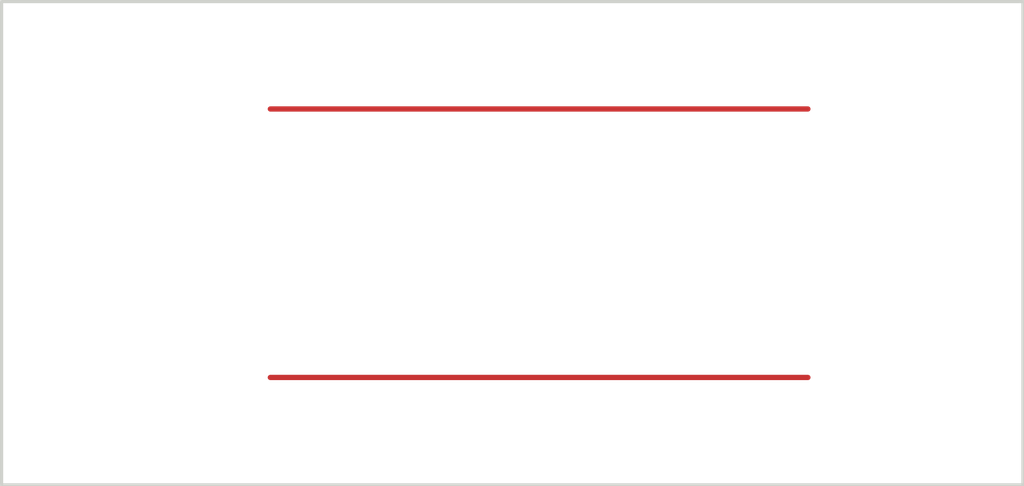
<source format=kicad_pcb>
(kicad_pcb (version 20171130) (host pcbnew "(5.0.0)")

  (general
    (thickness 1.6)
    (drawings 4)
    (tracks 2)
    (zones 0)
    (modules 0)
    (nets 1)
  )

  (page A4)
  (layers
    (0 F.Cu signal)
    (31 B.Cu signal)
    (32 B.Adhes user)
    (33 F.Adhes user)
    (34 B.Paste user)
    (35 F.Paste user)
    (36 B.SilkS user)
    (37 F.SilkS user)
    (38 B.Mask user)
    (39 F.Mask user)
    (40 Dwgs.User user)
    (41 Cmts.User user)
    (42 Eco1.User user)
    (43 Eco2.User user)
    (44 Edge.Cuts user)
    (45 Margin user)
    (46 B.CrtYd user)
    (47 F.CrtYd user)
    (48 B.Fab user)
    (49 F.Fab user)
  )

  (setup
    (last_trace_width 0.25)
    (trace_clearance 0.2)
    (zone_clearance 0.508)
    (zone_45_only no)
    (trace_min 0.2)
    (segment_width 0.2)
    (edge_width 0.15)
    (via_size 0.6)
    (via_drill 0.4)
    (via_min_size 0.4)
    (via_min_drill 0.3)
    (uvia_size 0.3)
    (uvia_drill 0.1)
    (uvias_allowed no)
    (uvia_min_size 0.2)
    (uvia_min_drill 0.1)
    (pcb_text_width 0.3)
    (pcb_text_size 1.5 1.5)
    (mod_edge_width 0.15)
    (mod_text_size 1 1)
    (mod_text_width 0.15)
    (pad_size 1.524 1.524)
    (pad_drill 0.762)
    (pad_to_mask_clearance 0.2)
    (aux_axis_origin 127 119.38)
    (grid_origin 127 119.38)
    (visible_elements 7FFFFFFF)
    (pcbplotparams
      (layerselection 0x01000_7fffffff)
      (usegerberextensions false)
      (usegerberattributes true)
      (usegerberadvancedattributes false)
      (creategerberjobfile false)
      (excludeedgelayer true)
      (linewidth 0.100000)
      (plotframeref false)
      (viasonmask false)
      (mode 1)
      (useauxorigin false)
      (hpglpennumber 1)
      (hpglpenspeed 20)
      (hpglpendiameter 15.000000)
      (psnegative false)
      (psa4output false)
      (plotreference true)
      (plotvalue true)
      (plotinvisibletext false)
      (padsonsilk false)
      (subtractmaskfromsilk false)
      (outputformat 1)
      (mirror false)
      (drillshape 0)
      (scaleselection 1)
      (outputdirectory "./"))
  )

  (net 0 "")

  (net_class Default "This is the default net class."
    (clearance 0.2)
    (trace_width 0.25)
    (via_dia 0.6)
    (via_drill 0.4)
    (uvia_dia 0.3)
    (uvia_drill 0.1)
  )

  (gr_line (start 175.26 96.52) (end 127 96.52) (layer Edge.Cuts) (width 0.15))
  (gr_line (start 175.26 119.38) (end 175.26 96.52) (layer Edge.Cuts) (width 0.15))
  (gr_line (start 127 119.38) (end 175.26 119.38) (layer Edge.Cuts) (width 0.15))
  (gr_line (start 127 96.52) (end 127 119.38) (layer Edge.Cuts) (width 0.15))

  (segment (start 139.7 101.6) (end 165.1 101.6) (width 0.25) (layer F.Cu) (net 0))
  (segment (start 165.1 114.3) (end 139.7 114.3) (width 0.25) (layer F.Cu) (net 0))

)

</source>
